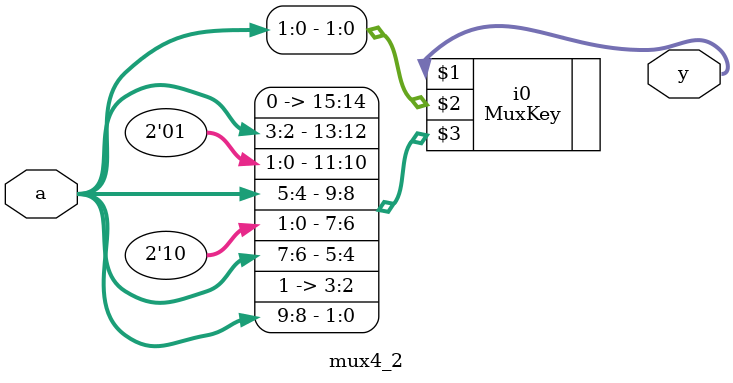
<source format=v>
module mux4_2(
  input [9:0] a,
  output [1:0] y
);

  MuxKey #(4, 2, 2) i0 (y, a[1:0], {
    2'b00, a[3:2], //input1
    2'b01, a[5:4], //input2
    2'b10, a[7:6], //input3
    2'b11, a[9:8]  //input4
  });

endmodule
</source>
